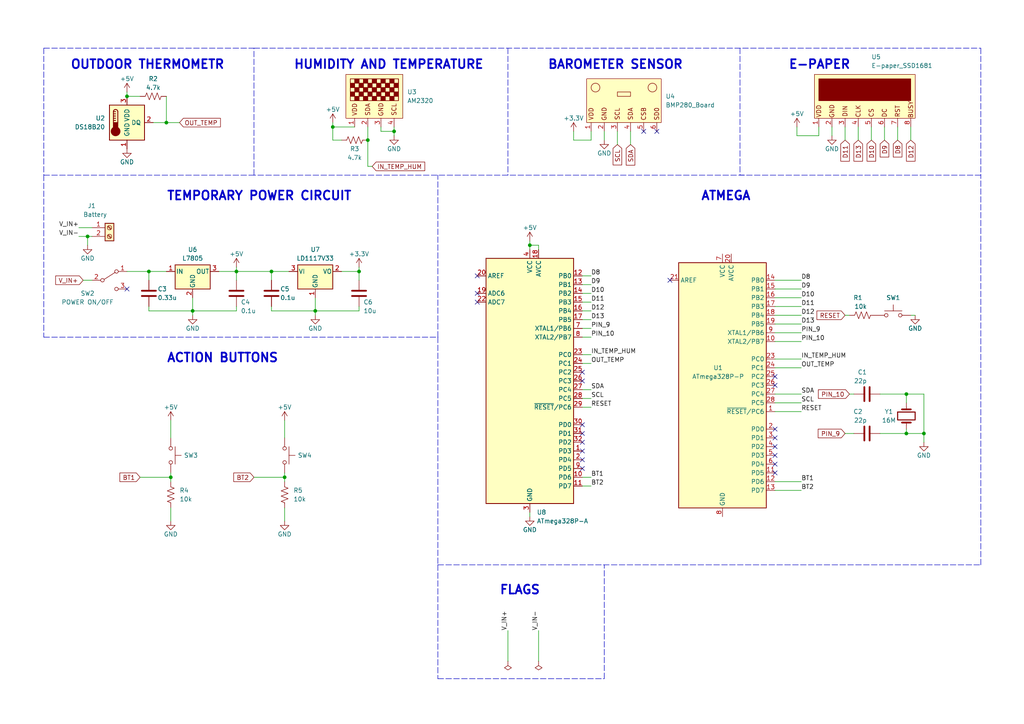
<source format=kicad_sch>
(kicad_sch (version 20211123) (generator eeschema)
  (paper "A4")
  (lib_symbols
    (symbol "+3.3V_1" (power) (pin_numbers hide) (pin_names (offset 0) hide)
      (property "Value" "+3.3V_1" (at 0 3.556 0))
      (symbol "+3.3V_1_0_1"
        (polyline (pts (xy -0.762 1.27) (xy 0 2.54)))
        (polyline (pts (xy 0 0) (xy 0 2.54)))
        (polyline (pts (xy 0 2.54) (xy 0.762 1.27)))
      )
      (symbol "+3.3V_1_1_1"
        (pin power_in line (at 0 0 90) (length 0) hide (name "+3.3V") (number "1"))
      )
    )
    (symbol "+5V_1" (power) (pin_numbers hide) (pin_names (offset 0) hide)
      (property "Value" "+5V_1" (at 0 3.556 0))
      (symbol "+5V_1_0_1"
        (polyline (pts (xy -0.762 1.27) (xy 0 2.54)))
        (polyline (pts (xy 0 0) (xy 0 2.54)))
        (polyline (pts (xy 0 2.54) (xy 0.762 1.27)))
      )
      (symbol "+5V_1_1_1"
        (pin power_in line (at 0 0 90) (length 0) hide (name "+5V") (number "1"))
      )
    )
    (symbol "+5V_2" (power) (pin_numbers hide) (pin_names (offset 0) hide)
      (property "Value" "+5V_2" (at 0 3.556 0))
      (symbol "+5V_2_0_1"
        (polyline (pts (xy -0.762 1.27) (xy 0 2.54)))
        (polyline (pts (xy 0 0) (xy 0 2.54)))
        (polyline (pts (xy 0 2.54) (xy 0.762 1.27)))
      )
      (symbol "+5V_2_1_1"
        (pin power_in line (at 0 0 90) (length 0) hide (name "+5V") (number "1"))
      )
    )
    (symbol "+5V_3" (power) (pin_numbers hide) (pin_names (offset 0) hide)
      (property "Value" "+5V_3" (at 0 3.556 0))
      (symbol "+5V_3_0_1"
        (polyline (pts (xy -0.762 1.27) (xy 0 2.54)))
        (polyline (pts (xy 0 0) (xy 0 2.54)))
        (polyline (pts (xy 0 2.54) (xy 0.762 1.27)))
      )
      (symbol "+5V_3_1_1"
        (pin power_in line (at 0 0 90) (length 0) hide (name "+5V") (number "1"))
      )
    )
    (symbol "AM2320_1" (pin_names (offset 0.002))
      (property "Reference" "U" (at 0 10.16 0))
      (property "Value" "AM2320_1" (at 0 7.62 0))
      (symbol "AM2320_1_0_0"
        (rectangle (start -7.62 6.35) (end 8.89 -6.35) (fill (type background)))
        (rectangle (start -6.35 0) (end -5.08 -1.27) (fill (type background)))
        (rectangle (start -6.35 2.54) (end -5.08 1.27) (fill (type background)))
        (rectangle (start -6.35 5.08) (end -5.08 3.81) (fill (type background)))
        (rectangle (start -6.35 5.08) (end 7.62 -1.27))
        (rectangle (start -5.08 0) (end -6.35 1.27) (fill (type outline)))
        (rectangle (start -5.08 1.27) (end -3.81 0) (fill (type background)))
        (rectangle (start -5.08 2.54) (end -6.35 3.81) (fill (type outline)))
        (rectangle (start -5.08 3.81) (end -3.81 2.54) (fill (type background)))
        (rectangle (start -3.81 -1.27) (end -5.08 0) (fill (type outline)))
        (rectangle (start -3.81 0) (end -2.54 -1.27) (fill (type background)))
        (rectangle (start -3.81 1.27) (end -5.08 2.54) (fill (type outline)))
        (rectangle (start -3.81 1.27) (end -2.54 0) (fill (type outline)))
        (rectangle (start -3.81 2.54) (end -2.54 1.27) (fill (type background)))
        (rectangle (start -3.81 3.81) (end -5.08 5.08) (fill (type outline)))
        (rectangle (start -3.81 3.81) (end -2.54 2.54) (fill (type outline)))
        (rectangle (start -3.81 5.08) (end -2.54 3.81) (fill (type background)))
        (rectangle (start -2.54 0) (end -1.27 -1.27) (fill (type outline)))
        (rectangle (start -2.54 1.27) (end -1.27 0) (fill (type background)))
        (rectangle (start -2.54 2.54) (end -1.27 1.27) (fill (type outline)))
        (rectangle (start -2.54 3.81) (end -1.27 2.54) (fill (type background)))
        (rectangle (start -2.54 5.08) (end -1.27 3.81) (fill (type outline)))
        (rectangle (start -1.27 0) (end 0 -1.27) (fill (type background)))
        (rectangle (start -1.27 1.27) (end 0 0) (fill (type outline)))
        (rectangle (start -1.27 2.54) (end 0 1.27) (fill (type background)))
        (rectangle (start -1.27 3.81) (end 0 2.54) (fill (type outline)))
        (rectangle (start -1.27 5.08) (end 0 3.81) (fill (type background)))
        (rectangle (start 0 0) (end 1.27 -1.27) (fill (type outline)))
        (rectangle (start 0 1.27) (end 1.27 0) (fill (type background)))
        (rectangle (start 0 2.54) (end 1.27 1.27) (fill (type outline)))
        (rectangle (start 0 3.81) (end 1.27 2.54) (fill (type background)))
        (rectangle (start 0 5.08) (end 1.27 3.81) (fill (type outline)))
        (rectangle (start 1.27 0) (end 2.54 -1.27) (fill (type background)))
        (rectangle (start 1.27 1.27) (end 2.54 0) (fill (type outline)))
        (rectangle (start 1.27 2.54) (end 2.54 1.27) (fill (type background)))
        (rectangle (start 1.27 3.81) (end 2.54 2.54) (fill (type outline)))
        (rectangle (start 1.27 5.08) (end 2.54 3.81) (fill (type background)))
        (rectangle (start 2.54 0) (end 3.81 -1.27) (fill (type outline)))
        (rectangle (start 2.54 1.27) (end 3.81 0) (fill (type background)))
        (rectangle (start 2.54 2.54) (end 3.81 1.27) (fill (type outline)))
        (rectangle (start 2.54 3.81) (end 3.81 2.54) (fill (type background)))
        (rectangle (start 2.54 5.08) (end 3.81 3.81) (fill (type outline)))
        (rectangle (start 3.81 0) (end 5.08 -1.27) (fill (type background)))
        (rectangle (start 3.81 1.27) (end 5.08 0) (fill (type outline)))
        (rectangle (start 3.81 2.54) (end 5.08 1.27) (fill (type background)))
        (rectangle (start 3.81 3.81) (end 5.08 2.54) (fill (type outline)))
        (rectangle (start 3.81 5.08) (end 5.08 3.81) (fill (type background)))
        (rectangle (start 5.08 0) (end 6.35 -1.27) (fill (type outline)))
        (rectangle (start 5.08 1.27) (end 6.35 0) (fill (type background)))
        (rectangle (start 5.08 2.54) (end 6.35 1.27) (fill (type outline)))
        (rectangle (start 5.08 3.81) (end 6.35 2.54) (fill (type background)))
        (rectangle (start 5.08 5.08) (end 6.35 3.81) (fill (type outline)))
        (rectangle (start 6.35 0) (end 7.62 -1.27) (fill (type background)))
        (rectangle (start 6.35 1.27) (end 7.62 0) (fill (type outline)))
        (rectangle (start 6.35 2.54) (end 7.62 1.27) (fill (type background)))
        (rectangle (start 6.35 3.81) (end 7.62 2.54) (fill (type outline)))
        (rectangle (start 6.35 5.08) (end 7.62 3.81) (fill (type background)))
        (text "GND" (at 2.54 -3.81 900) (effects (font (size 1.27 1.27))))
        (text "SCL" (at 6.35 -3.81 900) (effects (font (size 1.27 1.27))))
        (text "SDA" (at -1.27 -3.81 900) (effects (font (size 1.27 1.27))))
        (text "VDD" (at -5.08 -3.81 900) (effects (font (size 1.27 1.27))))
      )
      (symbol "AM2320_1_1_1"
        (pin power_in line (at -5.08 -8.89 90) (length 2.54) (name "") (number "1"))
        (pin bidirectional line (at -1.27 -8.89 90) (length 2.54) (name "") (number "2"))
        (pin power_in line (at 2.54 -8.89 90) (length 2.54) (name "") (number "3"))
        (pin bidirectional line (at 6.35 -8.89 90) (length 2.54) (name "") (number "4"))
      )
    )
    (symbol "Connector:Screw_Terminal_01x02" (pin_names (offset 1.016) hide)
      (property "Reference" "J" (at 0 2.54 0))
      (property "Value" "Screw_Terminal_01x02" (at 0 -5.08 0))
      (symbol "Screw_Terminal_01x02_1_1"
        (rectangle (start -1.27 1.27) (end 1.27 -3.81) (stroke (width 0.254)) (fill (type background)))
        (circle (center 0 -2.54) (radius 0.635) (stroke (width 0.1524)))
        (polyline (pts (xy -0.5334 -2.2098) (xy 0.3302 -3.048)) (stroke (width 0.1524)))
        (polyline (pts (xy -0.5334 0.3302) (xy 0.3302 -0.508)) (stroke (width 0.1524)))
        (polyline (pts (xy -0.3556 -2.032) (xy 0.508 -2.8702)) (stroke (width 0.1524)))
        (polyline (pts (xy -0.3556 0.508) (xy 0.508 -0.3302)) (stroke (width 0.1524)))
        (circle (center 0 0) (radius 0.635) (stroke (width 0.1524)))
        (pin passive line (at -5.08 0 0) (length 3.81) (name "Pin_1") (number "1"))
        (pin passive line (at -5.08 -2.54 0) (length 3.81) (name "Pin_2") (number "2"))
      )
    )
    (symbol "Device:C" (pin_numbers hide) (pin_names (offset 0.254))
      (property "Reference" "C" (at 0.635 2.54 0))
      (property "Value" "C" (at 0.635 -2.54 0))
      (symbol "C_0_1"
        (polyline (pts (xy -2.032 -0.762) (xy 2.032 -0.762)) (stroke (width 0.508)))
        (polyline (pts (xy -2.032 0.762) (xy 2.032 0.762)) (stroke (width 0.508)))
      )
      (symbol "C_1_1"
        (pin passive line (at 0 3.81 270) (length 2.794) (name "~") (number "1"))
        (pin passive line (at 0 -3.81 90) (length 2.794) (name "~") (number "2"))
      )
    )
    (symbol "Device:Crystal" (pin_numbers hide) (pin_names (offset 1.016) hide)
      (property "Reference" "Y" (at 0 3.81 0))
      (property "Value" "Crystal" (at 0 -3.81 0))
      (symbol "Crystal_0_1"
        (rectangle (start -1.143 2.54) (end 1.143 -2.54) (stroke (width 0.3048)))
        (polyline (pts (xy -2.54 0) (xy -1.905 0)))
        (polyline (pts (xy -1.905 -1.27) (xy -1.905 1.27)) (stroke (width 0.508)))
        (polyline (pts (xy 1.905 -1.27) (xy 1.905 1.27)) (stroke (width 0.508)))
        (polyline (pts (xy 2.54 0) (xy 1.905 0)))
      )
      (symbol "Crystal_1_1"
        (pin passive line (at -3.81 0 0) (length 1.27) (name "1") (number "1"))
        (pin passive line (at 3.81 0 180) (length 1.27) (name "2") (number "2"))
      )
    )
    (symbol "Device:R_US" (pin_numbers hide) (pin_names (offset 0))
      (property "Reference" "R" (at 2.54 0 90))
      (property "Value" "R_US" (at -2.54 0 90))
      (symbol "R_US_0_1"
        (polyline (pts (xy 0 -2.286) (xy 0 -2.54)))
        (polyline (pts (xy 0 2.286) (xy 0 2.54)))
        (polyline (pts (xy 0 -0.762) (xy 1.016 -1.143) (xy 0 -1.524) (xy -1.016 -1.905) (xy 0 -2.286)))
        (polyline (pts (xy 0 0.762) (xy 1.016 0.381) (xy 0 0) (xy -1.016 -0.381) (xy 0 -0.762)))
        (polyline (pts (xy 0 2.286) (xy 1.016 1.905) (xy 0 1.524) (xy -1.016 1.143) (xy 0 0.762)))
      )
      (symbol "R_US_1_1"
        (pin passive line (at 0 3.81 270) (length 1.27) (name "~") (number "1"))
        (pin passive line (at 0 -3.81 90) (length 1.27) (name "~") (number "2"))
      )
    )
    (symbol "GND_1" (power) (pin_numbers hide) (pin_names (offset 0) hide)
      (property "Value" "GND_1" (at 0 -3.81 0))
      (symbol "GND_1_0_1"
        (polyline (pts (xy 0 0) (xy 0 -1.27) (xy 1.27 -1.27) (xy 0 -2.54) (xy -1.27 -1.27) (xy 0 -1.27)))
      )
      (symbol "GND_1_1_1"
        (pin power_in line (at 0 0 270) (length 0) hide (name "GND") (number "1"))
      )
    )
    (symbol "GND_2" (power) (pin_numbers hide) (pin_names (offset 0) hide)
      (property "Value" "GND_2" (at 0 -3.81 0))
      (symbol "GND_2_0_1"
        (polyline (pts (xy 0 0) (xy 0 -1.27) (xy 1.27 -1.27) (xy 0 -2.54) (xy -1.27 -1.27) (xy 0 -1.27)))
      )
      (symbol "GND_2_1_1"
        (pin power_in line (at 0 0 270) (length 0) hide (name "GND") (number "1"))
      )
    )
    (symbol "GND_4" (power) (pin_numbers hide) (pin_names (offset 0) hide)
      (property "Value" "GND_4" (at 0 -3.81 0))
      (symbol "GND_4_0_1"
        (polyline (pts (xy 0 0) (xy 0 -1.27) (xy 1.27 -1.27) (xy 0 -2.54) (xy -1.27 -1.27) (xy 0 -1.27)))
      )
      (symbol "GND_4_1_1"
        (pin power_in line (at 0 0 270) (length 0) hide (name "GND") (number "1"))
      )
    )
    (symbol "GND_5" (power) (pin_numbers hide) (pin_names (offset 0) hide)
      (property "Value" "GND_5" (at 0 -3.81 0))
      (symbol "GND_5_0_1"
        (polyline (pts (xy 0 0) (xy 0 -1.27) (xy 1.27 -1.27) (xy 0 -2.54) (xy -1.27 -1.27) (xy 0 -1.27)))
      )
      (symbol "GND_5_1_1"
        (pin power_in line (at 0 0 270) (length 0) hide (name "GND") (number "1"))
      )
    )
    (symbol "GND_6" (power) (pin_numbers hide) (pin_names (offset 0) hide)
      (property "Value" "GND_6" (at 0 -3.81 0))
      (symbol "GND_6_0_1"
        (polyline (pts (xy 0 0) (xy 0 -1.27) (xy 1.27 -1.27) (xy 0 -2.54) (xy -1.27 -1.27) (xy 0 -1.27)))
      )
      (symbol "GND_6_1_1"
        (pin power_in line (at 0 0 270) (length 0) hide (name "GND") (number "1"))
      )
    )
    (symbol "MCU_Microchip_ATmega:ATmega328P-A"
      (property "Reference" "U" (at -12.7 36.83 0))
      (property "Value" "ATmega328P-A" (at 2.54 -36.83 0))
      (symbol "ATmega328P-A_0_1"
        (rectangle (start -12.7 -35.56) (end 12.7 35.56) (stroke (width 0.254)) (fill (type background)))
      )
      (symbol "ATmega328P-A_1_1"
        (pin bidirectional line (at 15.24 -20.32 180) (length 2.54) (name "PD3") (number "1"))
        (pin bidirectional line (at 15.24 -27.94 180) (length 2.54) (name "PD6") (number "10"))
        (pin bidirectional line (at 15.24 -30.48 180) (length 2.54) (name "PD7") (number "11"))
        (pin bidirectional line (at 15.24 30.48 180) (length 2.54) (name "PB0") (number "12"))
        (pin bidirectional line (at 15.24 27.94 180) (length 2.54) (name "PB1") (number "13"))
        (pin bidirectional line (at 15.24 25.4 180) (length 2.54) (name "PB2") (number "14"))
        (pin bidirectional line (at 15.24 22.86 180) (length 2.54) (name "PB3") (number "15"))
        (pin bidirectional line (at 15.24 20.32 180) (length 2.54) (name "PB4") (number "16"))
        (pin bidirectional line (at 15.24 17.78 180) (length 2.54) (name "PB5") (number "17"))
        (pin power_in line (at 2.54 38.1 270) (length 2.54) (name "AVCC") (number "18"))
        (pin input line (at -15.24 25.4 0) (length 2.54) (name "ADC6") (number "19"))
        (pin bidirectional line (at 15.24 -22.86 180) (length 2.54) (name "PD4") (number "2"))
        (pin passive line (at -15.24 30.48 0) (length 2.54) (name "AREF") (number "20"))
        (pin passive line (at 0 -38.1 90) (length 2.54) hide (name "GND") (number "21"))
        (pin input line (at -15.24 22.86 0) (length 2.54) (name "ADC7") (number "22"))
        (pin bidirectional line (at 15.24 7.62 180) (length 2.54) (name "PC0") (number "23"))
        (pin bidirectional line (at 15.24 5.08 180) (length 2.54) (name "PC1") (number "24"))
        (pin bidirectional line (at 15.24 2.54 180) (length 2.54) (name "PC2") (number "25"))
        (pin bidirectional line (at 15.24 0 180) (length 2.54) (name "PC3") (number "26"))
        (pin bidirectional line (at 15.24 -2.54 180) (length 2.54) (name "PC4") (number "27"))
        (pin bidirectional line (at 15.24 -5.08 180) (length 2.54) (name "PC5") (number "28"))
        (pin bidirectional line (at 15.24 -7.62 180) (length 2.54) (name "~{RESET}/PC6") (number "29"))
        (pin power_in line (at 0 -38.1 90) (length 2.54) (name "GND") (number "3"))
        (pin bidirectional line (at 15.24 -12.7 180) (length 2.54) (name "PD0") (number "30"))
        (pin bidirectional line (at 15.24 -15.24 180) (length 2.54) (name "PD1") (number "31"))
        (pin bidirectional line (at 15.24 -17.78 180) (length 2.54) (name "PD2") (number "32"))
        (pin power_in line (at 0 38.1 270) (length 2.54) (name "VCC") (number "4"))
        (pin passive line (at 0 -38.1 90) (length 2.54) hide (name "GND") (number "5"))
        (pin passive line (at 0 38.1 270) (length 2.54) hide (name "VCC") (number "6"))
        (pin bidirectional line (at 15.24 15.24 180) (length 2.54) (name "XTAL1/PB6") (number "7"))
        (pin bidirectional line (at 15.24 12.7 180) (length 2.54) (name "XTAL2/PB7") (number "8"))
        (pin bidirectional line (at 15.24 -25.4 180) (length 2.54) (name "PD5") (number "9"))
      )
    )
    (symbol "MCU_Microchip_ATmega:ATmega328P-P"
      (property "Reference" "U" (at -12.7 36.83 0))
      (property "Value" "ATmega328P-P" (at 2.54 -36.83 0))
      (symbol "ATmega328P-P_0_1"
        (rectangle (start -12.7 -35.56) (end 12.7 35.56) (stroke (width 0.254)) (fill (type background)))
      )
      (symbol "ATmega328P-P_1_1"
        (pin bidirectional line (at 15.24 -7.62 180) (length 2.54) (name "~{RESET}/PC6") (number "1"))
        (pin bidirectional line (at 15.24 12.7 180) (length 2.54) (name "XTAL2/PB7") (number "10"))
        (pin bidirectional line (at 15.24 -25.4 180) (length 2.54) (name "PD5") (number "11"))
        (pin bidirectional line (at 15.24 -27.94 180) (length 2.54) (name "PD6") (number "12"))
        (pin bidirectional line (at 15.24 -30.48 180) (length 2.54) (name "PD7") (number "13"))
        (pin bidirectional line (at 15.24 30.48 180) (length 2.54) (name "PB0") (number "14"))
        (pin bidirectional line (at 15.24 27.94 180) (length 2.54) (name "PB1") (number "15"))
        (pin bidirectional line (at 15.24 25.4 180) (length 2.54) (name "PB2") (number "16"))
        (pin bidirectional line (at 15.24 22.86 180) (length 2.54) (name "PB3") (number "17"))
        (pin bidirectional line (at 15.24 20.32 180) (length 2.54) (name "PB4") (number "18"))
        (pin bidirectional line (at 15.24 17.78 180) (length 2.54) (name "PB5") (number "19"))
        (pin bidirectional line (at 15.24 -12.7 180) (length 2.54) (name "PD0") (number "2"))
        (pin power_in line (at 2.54 38.1 270) (length 2.54) (name "AVCC") (number "20"))
        (pin passive line (at -15.24 30.48 0) (length 2.54) (name "AREF") (number "21"))
        (pin passive line (at 0 -38.1 90) (length 2.54) hide (name "GND") (number "22"))
        (pin bidirectional line (at 15.24 7.62 180) (length 2.54) (name "PC0") (number "23"))
        (pin bidirectional line (at 15.24 5.08 180) (length 2.54) (name "PC1") (number "24"))
        (pin bidirectional line (at 15.24 2.54 180) (length 2.54) (name "PC2") (number "25"))
        (pin bidirectional line (at 15.24 0 180) (length 2.54) (name "PC3") (number "26"))
        (pin bidirectional line (at 15.24 -2.54 180) (length 2.54) (name "PC4") (number "27"))
        (pin bidirectional line (at 15.24 -5.08 180) (length 2.54) (name "PC5") (number "28"))
        (pin bidirectional line (at 15.24 -15.24 180) (length 2.54) (name "PD1") (number "3"))
        (pin bidirectional line (at 15.24 -17.78 180) (length 2.54) (name "PD2") (number "4"))
        (pin bidirectional line (at 15.24 -20.32 180) (length 2.54) (name "PD3") (number "5"))
        (pin bidirectional line (at 15.24 -22.86 180) (length 2.54) (name "PD4") (number "6"))
        (pin power_in line (at 0 38.1 270) (length 2.54) (name "VCC") (number "7"))
        (pin power_in line (at 0 -38.1 90) (length 2.54) (name "GND") (number "8"))
        (pin bidirectional line (at 15.24 15.24 180) (length 2.54) (name "XTAL1/PB6") (number "9"))
      )
    )
    (symbol "Regulator_Linear:L7805" (pin_names (offset 0.254))
      (property "Reference" "U" (at -3.81 3.175 0))
      (property "Value" "L7805" (at 0 3.175 0))
      (symbol "L7805_0_1"
        (rectangle (start -5.08 1.905) (end 5.08 -5.08) (stroke (width 0.254)) (fill (type background)))
      )
      (symbol "L7805_1_1"
        (pin power_in line (at -7.62 0 0) (length 2.54) (name "IN") (number "1"))
        (pin power_in line (at 0 -7.62 90) (length 2.54) (name "GND") (number "2"))
        (pin power_out line (at 7.62 0 180) (length 2.54) (name "OUT") (number "3"))
      )
    )
    (symbol "Regulator_Linear:LD1117S33TR_SOT223" (pin_names (offset 0.254))
      (property "Reference" "U" (at -3.81 3.175 0))
      (property "Value" "LD1117S33TR_SOT223" (at 0 3.175 0))
      (symbol "LD1117S33TR_SOT223_0_1"
        (rectangle (start -5.08 -5.08) (end 5.08 1.905) (stroke (width 0.254)) (fill (type background)))
      )
      (symbol "LD1117S33TR_SOT223_1_1"
        (pin power_in line (at 0 -7.62 90) (length 2.54) (name "GND") (number "1"))
        (pin power_out line (at 7.62 0 180) (length 2.54) (name "VO") (number "2"))
        (pin power_in line (at -7.62 0 0) (length 2.54) (name "VI") (number "3"))
      )
    )
    (symbol "SM_Library:BMP280_Board"
      (property "Reference" "U" (at 0 8.89 0))
      (property "Value" "BMP280_Board" (at 0 11.43 0))
      (symbol "BMP280_Board_0_0"
        (circle (center -7.62 3.81) (radius 1.27))
        (rectangle (start -1.27 2.54) (end 2.54 1.27))
        (circle (center 8.89 3.81) (radius 1.27))
        (text "CSB" (at 6.35 -3.81 900) (effects (font (size 1.27 1.27))))
        (text "GND" (at -5.08 -3.81 900) (effects (font (size 1.27 1.27))))
        (text "SCL" (at -1.27 -3.81 900) (effects (font (size 1.27 1.27))))
        (text "SD0" (at 10.16 -3.81 900) (effects (font (size 1.27 1.27))))
        (text "SDA" (at 2.54 -3.81 900) (effects (font (size 1.27 1.27))))
        (text "VDD" (at -8.89 -3.81 900) (effects (font (size 1.27 1.27))))
      )
      (symbol "BMP280_Board_0_1"
        (rectangle (start -10.16 6.35) (end 11.43 -6.35) (fill (type background)))
      )
      (symbol "BMP280_Board_1_1"
        (pin power_in line (at -8.89 -8.89 90) (length 2.54) (name "") (number "1"))
        (pin power_in line (at -5.08 -8.89 90) (length 2.54) (name "") (number "2"))
        (pin bidirectional line (at -1.27 -8.89 90) (length 2.54) (name "") (number "3"))
        (pin bidirectional line (at 2.54 -8.89 90) (length 2.54) (name "") (number "4"))
        (pin bidirectional line (at 6.35 -8.89 90) (length 2.54) (name "") (number "5"))
        (pin bidirectional line (at 10.16 -8.89 90) (length 2.54) (name "") (number "6"))
      )
    )
    (symbol "SM_Library:E-paper_SSD1681"
      (property "Reference" "U" (at 0 10.16 0))
      (property "Value" "E-paper_SSD1681" (at 0 7.62 0))
      (symbol "E-paper_SSD1681_0_0"
        (rectangle (start -13.97 5.08) (end 12.7 -1.27) (fill (type outline)))
        (text "BUSY" (at 12.7 -3.81 900) (effects (font (size 1.27 1.27))))
        (text "CLK " (at -2.54 -3.81 900) (effects (font (size 1.27 1.27))))
        (text "CS  " (at 1.27 -3.81 900) (effects (font (size 1.27 1.27))))
        (text "DC  " (at 5.08 -3.81 900) (effects (font (size 1.27 1.27))))
        (text "DIN " (at -6.35 -3.81 900) (effects (font (size 1.27 1.27))))
        (text "GND " (at -10.16 -3.81 900) (effects (font (size 1.27 1.27))))
        (text "RST " (at 8.89 -3.81 900) (effects (font (size 1.27 1.27))))
        (text "VDD " (at -13.97 -3.81 900) (effects (font (size 1.27 1.27))))
      )
      (symbol "E-paper_SSD1681_0_1"
        (rectangle (start -15.24 6.35) (end 13.97 -6.35) (fill (type background)))
      )
      (symbol "E-paper_SSD1681_1_1"
        (pin power_in line (at -13.97 -8.89 90) (length 2.54) (name "") (number "1"))
        (pin power_in line (at -10.16 -8.89 90) (length 2.54) (name "") (number "2"))
        (pin bidirectional line (at -6.35 -8.89 90) (length 2.54) (name "") (number "3"))
        (pin bidirectional line (at -2.54 -8.89 90) (length 2.54) (name "") (number "4"))
        (pin bidirectional line (at 1.27 -8.89 90) (length 2.54) (name "") (number "5"))
        (pin bidirectional line (at 5.08 -8.89 90) (length 2.54) (name "") (number "6"))
        (pin bidirectional line (at 8.89 -8.89 90) (length 2.54) (name "") (number "7"))
        (pin bidirectional line (at 12.7 -8.89 90) (length 2.54) (name "") (number "8"))
      )
    )
    (symbol "Sensor_Temperature:DS18B20" (pin_names (offset 1.016))
      (property "Reference" "U" (at -3.81 6.35 0))
      (property "Value" "DS18B20" (at 6.35 6.35 0))
      (symbol "DS18B20_0_1"
        (rectangle (start -5.08 5.08) (end 5.08 -5.08) (stroke (width 0.254)) (fill (type background)))
        (circle (center -3.302 -2.54) (radius 1.27) (stroke (width 0.254)) (fill (type outline)))
        (rectangle (start -2.667 -1.905) (end -3.937 0) (stroke (width 0.254)) (fill (type outline)))
        (arc (start -2.667 3.175) (mid -3.302 3.81) (end -3.937 3.175) (stroke (width 0.254)))
        (polyline (pts (xy -3.937 0.635) (xy -3.302 0.635)) (stroke (width 0.254)))
        (polyline (pts (xy -3.937 1.27) (xy -3.302 1.27)) (stroke (width 0.254)))
        (polyline (pts (xy -3.937 1.905) (xy -3.302 1.905)) (stroke (width 0.254)))
        (polyline (pts (xy -3.937 2.54) (xy -3.302 2.54)) (stroke (width 0.254)))
        (polyline (pts (xy -3.937 3.175) (xy -3.937 0)) (stroke (width 0.254)))
        (polyline (pts (xy -3.937 3.175) (xy -3.302 3.175)) (stroke (width 0.254)))
        (polyline (pts (xy -2.667 3.175) (xy -2.667 0)) (stroke (width 0.254)))
      )
      (symbol "DS18B20_1_1"
        (pin power_in line (at 0 -7.62 90) (length 2.54) (name "GND") (number "1"))
        (pin bidirectional line (at 7.62 0 180) (length 2.54) (name "DQ") (number "2"))
        (pin power_in line (at 0 7.62 270) (length 2.54) (name "VDD") (number "3"))
      )
    )
    (symbol "Switch:SW_Push" (pin_numbers hide) (pin_names (offset 1.016) hide)
      (property "Reference" "SW" (at 1.27 2.54 0))
      (property "Value" "SW_Push" (at 0 -1.524 0))
      (symbol "SW_Push_0_1"
        (circle (center -2.032 0) (radius 0.508))
        (polyline (pts (xy 0 1.27) (xy 0 3.048)))
        (polyline (pts (xy 2.54 1.27) (xy -2.54 1.27)))
        (circle (center 2.032 0) (radius 0.508))
        (pin passive line (at -5.08 0 0) (length 2.54) (name "1") (number "1"))
        (pin passive line (at 5.08 0 180) (length 2.54) (name "2") (number "2"))
      )
    )
    (symbol "Switch:SW_SPDT" (pin_names (offset 0) hide)
      (property "Reference" "SW" (at 0 4.318 0))
      (property "Value" "SW_SPDT" (at 0 -5.08 0))
      (symbol "SW_SPDT_0_0"
        (circle (center -2.032 0) (radius 0.508))
        (circle (center 2.032 -2.54) (radius 0.508))
      )
      (symbol "SW_SPDT_0_1"
        (polyline (pts (xy -1.524 0.254) (xy 1.651 2.286)))
        (circle (center 2.032 2.54) (radius 0.508))
      )
      (symbol "SW_SPDT_1_1"
        (pin passive line (at 5.08 2.54 180) (length 2.54) (name "A") (number "1"))
        (pin passive line (at -5.08 0 0) (length 2.54) (name "B") (number "2"))
        (pin passive line (at 5.08 -2.54 180) (length 2.54) (name "C") (number "3"))
      )
    )
    (symbol "power:+3.3V" (power) (pin_numbers hide) (pin_names (offset 0) hide)
      (property "Value" "+3.3V" (at 0 3.556 0))
      (symbol "+3.3V_0_1"
        (polyline (pts (xy -0.762 1.27) (xy 0 2.54)))
        (polyline (pts (xy 0 0) (xy 0 2.54)))
        (polyline (pts (xy 0 2.54) (xy 0.762 1.27)))
      )
      (symbol "+3.3V_1_1"
        (pin power_in line (at 0 0 90) (length 0) hide (name "+3.3V") (number "1"))
      )
    )
    (symbol "power:GND" (power) (pin_numbers hide) (pin_names (offset 0) hide)
      (property "Value" "GND" (at 0 -3.81 0))
      (symbol "GND_0_1"
        (polyline (pts (xy 0 0) (xy 0 -1.27) (xy 1.27 -1.27) (xy 0 -2.54) (xy -1.27 -1.27) (xy 0 -1.27)))
      )
      (symbol "GND_1_1"
        (pin power_in line (at 0 0 270) (length 0) hide (name "GND") (number "1"))
      )
    )
    (symbol "power:PWR_FLAG" (power) (pin_numbers hide) (pin_names (offset 0) hide)
      (property "Value" "PWR_FLAG" (at 0 3.81 0))
      (symbol "PWR_FLAG_0_0"
        (pin power_out line (at 0 0 90) (length 0) (name "pwr") (number "1"))
      )
      (symbol "PWR_FLAG_0_1"
        (polyline (pts (xy 0 0) (xy 0 1.27) (xy -1.016 1.905) (xy 0 2.54) (xy 1.016 1.905) (xy 0 1.27)))
      )
    )
  )
  (junction (at 82.55 138.43))
  (junction (at 49.53 138.43))
  (junction (at 262.89 114.3))
  (junction (at 96.52 36.83))
  (junction (at 78.74 78.74))
  (junction (at 262.89 125.73))
  (junction (at 68.58 78.74))
  (junction (at 43.18 78.74))
  (junction (at 106.68 40.64))
  (junction (at 91.44 90.17))
  (junction (at 25.4 68.58))
  (junction (at 267.97 125.73))
  (junction (at 114.3 38.1))
  (junction (at 153.67 71.12))
  (junction (at 36.83 27.94))
  (junction (at 55.88 90.17))
  (junction (at 104.14 78.74))
  (junction (at 48.26 35.56))
  (no_connect (at 168.91 123.19))
  (no_connect (at 168.91 110.49))
  (no_connect (at 168.91 125.73))
  (no_connect (at 138.43 85.09))
  (no_connect (at 138.43 87.63))
  (no_connect (at 190.5 38.1))
  (no_connect (at 186.69 38.1))
  (no_connect (at 168.91 128.27))
  (no_connect (at 168.91 130.81))
  (no_connect (at 168.91 133.35))
  (no_connect (at 168.91 135.89))
  (no_connect (at 194.31 81.28))
  (no_connect (at 168.91 107.95))
  (no_connect (at 138.43 80.01))
  (no_connect (at 36.83 83.82))
  (no_connect (at 224.79 111.76))
  (no_connect (at 224.79 109.22))
  (no_connect (at 224.79 132.08))
  (no_connect (at 224.79 124.46))
  (no_connect (at 224.79 129.54))
  (no_connect (at 224.79 134.62))
  (no_connect (at 224.79 127))
  (no_connect (at 224.79 137.16))
  (wire (pts (xy 245.11 91.44) (xy 246.38 91.44)))
  (wire (pts (xy 48.26 35.56) (xy 52.07 35.56)))
  (wire (pts (xy 182.88 38.1) (xy 182.88 41.91)))
  (wire (pts (xy 36.83 26.67) (xy 36.83 27.94)))
  (polyline (pts (xy 284.48 50.8) (xy 73.66 50.8)))
  (wire (pts (xy 224.79 114.3) (xy 232.41 114.3)))
  (wire (pts (xy 166.37 40.64) (xy 171.45 40.64)))
  (wire (pts (xy 43.18 78.74) (xy 48.26 78.74)))
  (wire (pts (xy 168.91 115.57) (xy 171.45 115.57)))
  (wire (pts (xy 153.67 148.59) (xy 153.67 149.86)))
  (wire (pts (xy 78.74 90.17) (xy 78.74 88.9)))
  (wire (pts (xy 49.53 147.32) (xy 49.53 151.13)))
  (wire (pts (xy 104.14 90.17) (xy 104.14 88.9)))
  (polyline (pts (xy 284.48 163.83) (xy 284.48 50.8)))
  (wire (pts (xy 224.79 106.68) (xy 232.41 106.68)))
  (wire (pts (xy 96.52 40.64) (xy 99.06 40.64)))
  (wire (pts (xy 262.89 114.3) (xy 267.97 114.3)))
  (wire (pts (xy 264.16 36.83) (xy 264.16 40.64)))
  (wire (pts (xy 175.26 38.1) (xy 175.26 40.64)))
  (wire (pts (xy 91.44 86.36) (xy 91.44 90.17)))
  (wire (pts (xy 82.55 138.43) (xy 82.55 139.7)))
  (wire (pts (xy 96.52 36.83) (xy 96.52 40.64)))
  (wire (pts (xy 256.54 36.83) (xy 256.54 40.64)))
  (wire (pts (xy 49.53 137.16) (xy 49.53 138.43)))
  (polyline (pts (xy 12.7 97.79) (xy 127 97.79)))
  (wire (pts (xy 25.4 68.58) (xy 25.4 71.12)))
  (wire (pts (xy 224.79 96.52) (xy 232.41 96.52)))
  (wire (pts (xy 78.74 90.17) (xy 91.44 90.17)))
  (wire (pts (xy 255.27 125.73) (xy 262.89 125.73)))
  (wire (pts (xy 245.11 125.73) (xy 247.65 125.73)))
  (wire (pts (xy 168.91 140.97) (xy 171.45 140.97)))
  (wire (pts (xy 262.89 124.46) (xy 262.89 125.73)))
  (wire (pts (xy 168.91 97.79) (xy 171.45 97.79)))
  (wire (pts (xy 104.14 77.47) (xy 104.14 78.74)))
  (polyline (pts (xy 214.63 50.8) (xy 215.9 50.8)))
  (wire (pts (xy 237.49 36.83) (xy 237.49 39.37)))
  (wire (pts (xy 78.74 78.74) (xy 78.74 81.28)))
  (wire (pts (xy 73.66 138.43) (xy 82.55 138.43)))
  (wire (pts (xy 241.3 36.83) (xy 241.3 39.37)))
  (wire (pts (xy 156.21 71.12) (xy 153.67 71.12)))
  (wire (pts (xy 247.65 114.3) (xy 246.38 114.3)))
  (wire (pts (xy 224.79 93.98) (xy 232.41 93.98)))
  (wire (pts (xy 96.52 35.56) (xy 96.52 36.83)))
  (wire (pts (xy 55.88 86.36) (xy 55.88 90.17)))
  (polyline (pts (xy 127 196.85) (xy 175.26 196.85)))
  (wire (pts (xy 36.83 78.74) (xy 43.18 78.74)))
  (wire (pts (xy 63.5 78.74) (xy 68.58 78.74)))
  (wire (pts (xy 168.91 80.01) (xy 171.45 80.01)))
  (wire (pts (xy 91.44 90.17) (xy 104.14 90.17)))
  (wire (pts (xy 224.79 86.36) (xy 232.41 86.36)))
  (wire (pts (xy 237.49 39.37) (xy 231.14 39.37)))
  (wire (pts (xy 153.67 71.12) (xy 153.67 72.39)))
  (polyline (pts (xy 12.7 13.97) (xy 73.66 13.97)))
  (wire (pts (xy 264.16 91.44) (xy 265.43 91.44)))
  (wire (pts (xy 55.88 90.17) (xy 55.88 91.44)))
  (wire (pts (xy 156.21 182.88) (xy 156.21 191.77)))
  (wire (pts (xy 110.49 38.1) (xy 114.3 38.1)))
  (polyline (pts (xy 127 97.79) (xy 127 163.83)))
  (wire (pts (xy 82.55 147.32) (xy 82.55 151.13)))
  (wire (pts (xy 168.91 90.17) (xy 171.45 90.17)))
  (wire (pts (xy 43.18 90.17) (xy 43.18 88.9)))
  (wire (pts (xy 91.44 91.44) (xy 91.44 90.17)))
  (polyline (pts (xy 12.7 13.97) (xy 12.7 50.8)))
  (polyline (pts (xy 73.66 50.8) (xy 73.66 13.97)))
  (wire (pts (xy 48.26 27.94) (xy 48.26 35.56)))
  (wire (pts (xy 82.55 137.16) (xy 82.55 138.43)))
  (wire (pts (xy 168.91 138.43) (xy 171.45 138.43)))
  (wire (pts (xy 171.45 40.64) (xy 171.45 38.1)))
  (wire (pts (xy 224.79 88.9) (xy 232.41 88.9)))
  (wire (pts (xy 82.55 121.92) (xy 82.55 127)))
  (wire (pts (xy 224.79 119.38) (xy 232.41 119.38)))
  (wire (pts (xy 99.06 78.74) (xy 104.14 78.74)))
  (wire (pts (xy 147.32 182.88) (xy 147.32 191.77)))
  (wire (pts (xy 231.14 39.37) (xy 231.14 36.83)))
  (polyline (pts (xy 127 163.83) (xy 284.48 163.83)))
  (wire (pts (xy 252.73 36.83) (xy 252.73 40.64)))
  (wire (pts (xy 224.79 104.14) (xy 232.41 104.14)))
  (wire (pts (xy 168.91 118.11) (xy 171.45 118.11)))
  (wire (pts (xy 262.89 114.3) (xy 262.89 116.84)))
  (wire (pts (xy 168.91 113.03) (xy 171.45 113.03)))
  (wire (pts (xy 96.52 36.83) (xy 102.87 36.83)))
  (wire (pts (xy 267.97 128.27) (xy 267.97 125.73)))
  (wire (pts (xy 224.79 142.24) (xy 232.41 142.24)))
  (wire (pts (xy 153.67 69.85) (xy 153.67 71.12)))
  (polyline (pts (xy 147.32 13.97) (xy 147.32 50.8)))
  (wire (pts (xy 24.13 81.28) (xy 26.67 81.28)))
  (wire (pts (xy 40.64 138.43) (xy 49.53 138.43)))
  (wire (pts (xy 168.91 87.63) (xy 171.45 87.63)))
  (wire (pts (xy 106.68 40.64) (xy 106.68 48.26)))
  (wire (pts (xy 168.91 85.09) (xy 171.45 85.09)))
  (wire (pts (xy 168.91 92.71) (xy 171.45 92.71)))
  (polyline (pts (xy 73.66 13.97) (xy 284.48 13.97)))
  (wire (pts (xy 49.53 138.43) (xy 49.53 139.7)))
  (wire (pts (xy 156.21 71.12) (xy 156.21 72.39)))
  (wire (pts (xy 168.91 102.87) (xy 171.45 102.87)))
  (wire (pts (xy 168.91 105.41) (xy 171.45 105.41)))
  (wire (pts (xy 168.91 95.25) (xy 171.45 95.25)))
  (wire (pts (xy 179.07 38.1) (xy 179.07 41.91)))
  (wire (pts (xy 224.79 83.82) (xy 232.41 83.82)))
  (wire (pts (xy 43.18 78.74) (xy 43.18 81.28)))
  (polyline (pts (xy 214.63 13.97) (xy 214.63 50.8)))
  (wire (pts (xy 49.53 121.92) (xy 49.53 127)))
  (wire (pts (xy 224.79 99.06) (xy 232.41 99.06)))
  (wire (pts (xy 78.74 78.74) (xy 83.82 78.74)))
  (wire (pts (xy 248.92 36.83) (xy 248.92 40.64)))
  (polyline (pts (xy 12.7 50.8) (xy 12.7 97.79)))
  (wire (pts (xy 224.79 116.84) (xy 232.41 116.84)))
  (wire (pts (xy 168.91 82.55) (xy 171.45 82.55)))
  (wire (pts (xy 224.79 81.28) (xy 232.41 81.28)))
  (wire (pts (xy 260.35 36.83) (xy 260.35 40.64)))
  (wire (pts (xy 43.18 90.17) (xy 55.88 90.17)))
  (wire (pts (xy 68.58 90.17) (xy 55.88 90.17)))
  (wire (pts (xy 262.89 125.73) (xy 267.97 125.73)))
  (wire (pts (xy 114.3 38.1) (xy 114.3 39.37)))
  (wire (pts (xy 22.86 66.04) (xy 26.67 66.04)))
  (wire (pts (xy 44.45 35.56) (xy 48.26 35.56)))
  (wire (pts (xy 25.4 68.58) (xy 26.67 68.58)))
  (wire (pts (xy 36.83 27.94) (xy 40.64 27.94)))
  (wire (pts (xy 68.58 77.47) (xy 68.58 78.74)))
  (wire (pts (xy 110.49 36.83) (xy 110.49 38.1)))
  (wire (pts (xy 68.58 78.74) (xy 78.74 78.74)))
  (wire (pts (xy 224.79 139.7) (xy 232.41 139.7)))
  (polyline (pts (xy 127 97.79) (xy 127 50.8)))
  (wire (pts (xy 114.3 36.83) (xy 114.3 38.1)))
  (wire (pts (xy 68.58 78.74) (xy 68.58 81.28)))
  (wire (pts (xy 224.79 91.44) (xy 232.41 91.44)))
  (wire (pts (xy 22.86 68.58) (xy 25.4 68.58)))
  (wire (pts (xy 166.37 38.1) (xy 166.37 40.64)))
  (wire (pts (xy 267.97 125.73) (xy 267.97 114.3)))
  (polyline (pts (xy 127 163.83) (xy 127 196.85)))
  (wire (pts (xy 255.27 114.3) (xy 262.89 114.3)))
  (polyline (pts (xy 284.48 13.97) (xy 284.48 50.8)))
  (wire (pts (xy 245.11 36.83) (xy 245.11 40.64)))
  (wire (pts (xy 68.58 88.9) (xy 68.58 90.17)))
  (wire (pts (xy 106.68 36.83) (xy 106.68 40.64)))
  (wire (pts (xy 107.95 48.26) (xy 106.68 48.26)))
  (polyline (pts (xy 175.26 196.85) (xy 175.26 163.83)))
  (polyline (pts (xy 12.7 50.8) (xy 73.66 50.8)))
  (wire (pts (xy 104.14 78.74) (xy 104.14 81.28)))
  (text "ACTION BUTTONS" (at 48.26 105.41 0) (effects (font (size 2.54 2.54) (thickness 0.508) bold) (justify left bottom)))
  (text "BAROMETER SENSOR" (at 158.75 20.32 0) (effects (font (size 2.54 2.54) (thickness 0.508) bold) (justify left bottom)))
  (text "OUTDOOR THERMOMETR" (at 20.32 20.32 0) (effects (font (size 2.54 2.54) (thickness 0.508) bold) (justify left bottom)))
  (text "TEMPORARY POWER CIRCUIT" (at 48.26 58.42 0) (effects (font (size 2.54 2.54) (thickness 0.508) bold) (justify left bottom)))
  (text "HUMIDITY AND TEMPERATURE" (at 85.09 20.32 0) (effects (font (size 2.54 2.54) (thickness 0.508) bold) (justify left bottom)))
  (text "E-PAPER" (at 228.6 20.32 0) (effects (font (size 2.54 2.54) (thickness 0.508) bold) (justify left bottom)))
  (text "ATMEGA" (at 203.2 58.42 0) (effects (font (size 2.54 2.54) (thickness 0.508) bold) (justify left bottom)))
  (text "FLAGS" (at 144.78 172.72 0) (effects (font (size 2.54 2.54) (thickness 0.508) bold) (justify left bottom)))
  (label "RESET" (at 232.41 119.38 0))
  (label "V_IN+" (at 22.86 66.04 180))
  (label "V_IN+" (at 147.32 182.88 90))
  (label "D10" (at 232.41 86.36 0))
  (label "D11" (at 232.41 88.9 0))
  (label "BT1" (at 171.45 138.43 0))
  (label "D10" (at 171.45 85.09 0))
  (label "D9" (at 171.45 82.55 0))
  (label "D13" (at 232.41 93.98 0))
  (label "D12" (at 232.41 91.44 0))
  (label "OUT_TEMP" (at 171.45 105.41 0))
  (label "D8" (at 232.41 81.28 0))
  (label "SDA" (at 171.45 113.03 0))
  (label "PIN_9" (at 171.45 95.25 0))
  (label "BT1" (at 232.41 139.7 0))
  (label "BT2" (at 171.45 140.97 0))
  (label "SDA" (at 232.41 114.3 0))
  (label "SCL" (at 232.41 116.84 0))
  (label "IN_TEMP_HUM" (at 171.45 102.87 0))
  (label "D11" (at 171.45 87.63 0))
  (label "OUT_TEMP" (at 232.41 106.68 0))
  (label "SCL" (at 171.45 115.57 0))
  (label "RESET" (at 171.45 118.11 0))
  (label "V_IN-" (at 156.21 182.88 90))
  (label "PIN_10" (at 232.41 99.06 0))
  (label "D12" (at 171.45 90.17 0))
  (label "D9" (at 232.41 83.82 0))
  (label "IN_TEMP_HUM" (at 232.41 104.14 0))
  (label "PIN_10" (at 171.45 97.79 0))
  (label "D13" (at 171.45 92.71 0))
  (label "D8" (at 171.45 80.01 0))
  (label "V_IN-" (at 22.86 68.58 180))
  (label "BT2" (at 232.41 142.24 0))
  (label "PIN_9" (at 232.41 96.52 0))
  (global_label "BT2" (shape input) (at 73.66 138.43 180) (property "Intersheet References" "${INTERSHEET_REFS}" (effects hide)))
  (global_label "PIN_10" (shape input) (at 246.38 114.3 180) (property "Intersheet References" "${INTERSHEET_REFS}" (effects hide)))
  (global_label "D11" (shape input) (at 245.11 40.64 270) (property "Intersheet References" "${INTERSHEET_REFS}" (effects hide)))
  (global_label "BT1" (shape input) (at 40.64 138.43 180) (property "Intersheet References" "${INTERSHEET_REFS}" (effects hide)))
  (global_label "SCL" (shape input) (at 179.07 41.91 270) (property "Intersheet References" "${INTERSHEET_REFS}" (effects hide)))
  (global_label "SDA" (shape input) (at 182.88 41.91 270) (property "Intersheet References" "${INTERSHEET_REFS}" (effects hide)))
  (global_label "RESET" (shape input) (at 245.11 91.44 180) (property "Intersheet References" "${INTERSHEET_REFS}" (effects hide)))
  (global_label "D13" (shape input) (at 248.92 40.64 270) (property "Intersheet References" "${INTERSHEET_REFS}" (effects hide)))
  (global_label "V_IN+" (shape input) (at 24.13 81.28 180) (property "Intersheet References" "${INTERSHEET_REFS}" (effects hide)))
  (global_label "IN_TEMP_HUM" (shape input) (at 107.95 48.26 0) (property "Intersheet References" "${INTERSHEET_REFS}" (effects hide)))
  (global_label "D8" (shape input) (at 260.35 40.64 270) (property "Intersheet References" "${INTERSHEET_REFS}" (effects hide)))
  (global_label "PIN_9" (shape input) (at 245.11 125.73 180) (property "Intersheet References" "${INTERSHEET_REFS}" (effects hide)))
  (global_label "D12" (shape input) (at 264.16 40.64 270) (property "Intersheet References" "${INTERSHEET_REFS}" (effects hide)))
  (global_label "D10" (shape input) (at 252.73 40.64 270) (property "Intersheet References" "${INTERSHEET_REFS}" (effects hide)))
  (global_label "OUT_TEMP" (shape input) (at 52.07 35.56 0) (property "Intersheet References" "${INTERSHEET_REFS}" (effects hide)))
  (global_label "D9" (shape input) (at 256.54 40.64 270) (property "Intersheet References" "${INTERSHEET_REFS}" (effects hide)))
  (symbol (lib_id "Connector:Screw_Terminal_01x02") (at 31.75 66.04 0) (unit 1)
    (property "Reference" "J1" (at 25.4 59.69 0) (effects (justify left)))
    (property "Value" "Battery" (at 24.13 62.23 0) (effects (justify left)))
  )
  (symbol (lib_name "+5V_3") (lib_id "power:+5V") (at 49.53 121.92 0) (unit 1)
    (property "Reference" "#PWR?" (effects hide))
    (property "Value" "+5V" (at 49.53 118.11 0))
  )
  (symbol (lib_id "Switch:SW_Push") (at 49.53 132.08 270) (unit 1)
    (property "Reference" "SW3" (at 53.34 132.0799 90) (effects (justify left)))
    (property "Value" "SW_Push" (effects hide))
  )
  (symbol (lib_id "MCU_Microchip_ATmega:ATmega328P-P") (at 209.55 111.76 0) (unit 1)
    (property "Reference" "U1" (at 208.28 106.68 0))
    (property "Value" "ATmega328P-P" (at 208.28 109.22 0))
    (property "Footprint" "Package_DIP:DIP-28_W7.62mm" (effects hide))
    (property "Datasheet" "http://ww1.microchip.com/downloads/en/DeviceDoc/ATmega328_P%20AVR%20MCU%20with%20picoPower%20Technology%20Data%20Sheet%2040001984A.pdf" (effects hide))
  )
  (symbol (lib_id "Device:R_US") (at 250.19 91.44 270) (unit 1)
    (property "Reference" "R1" (at 250.19 86.36 90) (effects (justify right)))
    (property "Value" "10k" (at 251.4599 88.9 90) (effects (justify right)))
  )
  (symbol (lib_name "GND_2") (lib_id "power:GND") (at 49.53 151.13 0) (unit 1)
    (property "Reference" "#PWR?" (effects hide))
    (property "Value" "GND" (at 49.53 154.94 0))
  )
  (symbol (lib_name "GND_2") (lib_id "power:GND") (at 265.43 91.44 0) (unit 1)
    (property "Reference" "#PWR0103" (effects hide))
    (property "Value" "GND" (at 265.43 95.25 0))
  )
  (symbol (lib_id "Regulator_Linear:L7805") (at 55.88 78.74 0) (unit 1)
    (property "Reference" "U6" (at 55.88 72.39 0))
    (property "Value" "L7805" (at 55.88 74.93 0))
    (property "Datasheet" "http://www.st.com/content/ccc/resource/technical/document/datasheet/41/4f/b3/b0/12/d4/47/88/CD00000444.pdf/files/CD00000444.pdf/jcr:content/translations/en.CD00000444.pdf" (effects hide))
  )
  (symbol (lib_name "+5V_2") (lib_id "power:+5V") (at 36.83 26.67 0) (unit 1)
    (property "Reference" "#PWR0119" (effects hide))
    (property "Value" "+5V" (at 36.83 22.86 0))
  )
  (symbol (lib_id "Device:R_US") (at 82.55 143.51 180) (unit 1)
    (property "Reference" "R5" (at 85.09 142.24 0) (effects (justify right)))
    (property "Value" "10k" (at 85.09 144.78 0) (effects (justify right)))
  )
  (symbol (lib_name "+5V_1") (lib_id "power:+5V") (at 153.67 69.85 0) (unit 1)
    (property "Reference" "#PWR?" (effects hide))
    (property "Value" "+5V" (at 153.67 66.04 0))
  )
  (symbol (lib_name "GND_5") (lib_id "power:GND") (at 175.26 40.64 0) (unit 1)
    (property "Reference" "#PWR0111" (effects hide))
    (property "Value" "GND" (at 175.26 44.45 0))
  )
  (symbol (lib_name "AM2320_1") (lib_id "SM_Library:AM2320") (at 107.95 27.94 0) (unit 1)
    (property "Reference" "U3" (at 118.11 26.6699 0) (effects (justify left)))
    (property "Value" "AM2320" (at 118.11 29.2099 0) (effects (justify left)))
  )
  (symbol (lib_name "GND_6") (lib_id "power:GND") (at 91.44 91.44 0) (unit 1)
    (property "Reference" "#PWR0116" (effects hide))
    (property "Value" "GND" (at 91.44 95.25 0))
  )
  (symbol (lib_id "Device:C") (at 104.14 85.09 0) (unit 1)
    (property "Reference" "C6" (at 105.41 87.63 0) (effects (justify left)))
    (property "Value" "10u" (at 105.41 90.17 0) (effects (justify left)))
  )
  (symbol (lib_id "Device:C") (at 251.46 125.73 90) (unit 1)
    (property "Reference" "C2" (at 250.19 119.38 90) (effects (justify left)))
    (property "Value" "22p" (at 251.46 121.92 90) (effects (justify left)))
  )
  (symbol (lib_id "power:PWR_FLAG") (at 156.21 191.77 0) (mirror x) (unit 1)
    (property "Reference" "#FLG?" (effects hide))
    (property "Value" "PWR_FLAG" (effects hide))
  )
  (symbol (lib_id "Sensor_Temperature:DS18B20") (at 36.83 35.56 0) (unit 1)
    (property "Reference" "U2" (at 30.48 34.2899 0) (effects (justify right)))
    (property "Value" "DS18B20" (at 30.48 36.8299 0) (effects (justify right)))
    (property "Footprint" "Package_TO_SOT_THT:TO-92_Inline" (effects hide))
    (property "Datasheet" "http://datasheets.maximintegrated.com/en/ds/DS18B20.pdf" (effects hide))
  )
  (symbol (lib_name "GND_6") (lib_id "power:GND") (at 55.88 91.44 0) (unit 1)
    (property "Reference" "#PWR0115" (effects hide))
    (property "Value" "GND" (at 55.88 95.25 0))
  )
  (symbol (lib_id "Switch:SW_Push") (at 259.08 91.44 0) (unit 1)
    (property "Reference" "SW1" (at 259.08 86.36 0))
    (property "Value" "SW_Push" (effects hide))
  )
  (symbol (lib_name "GND_2") (lib_id "power:GND") (at 82.55 151.13 0) (unit 1)
    (property "Reference" "#PWR?" (effects hide))
    (property "Value" "GND" (at 82.55 154.94 0))
  )
  (symbol (lib_id "SM_Library:E-paper_SSD1681") (at 251.46 27.94 0) (unit 1)
    (property "Reference" "U5" (at 252.73 16.51 0) (effects (justify left)))
    (property "Value" "E-paper_SSD1681" (at 252.73 19.05 0) (effects (justify left)))
  )
  (symbol (lib_id "power:+3.3V") (at 104.14 77.47 0) (unit 1)
    (property "Reference" "#PWR0114" (effects hide))
    (property "Value" "+3.3V" (at 104.14 73.66 0))
  )
  (symbol (lib_name "GND_1") (lib_id "power:GND") (at 153.67 149.86 0) (unit 1)
    (property "Reference" "#PWR?" (effects hide))
    (property "Value" "GND" (at 153.67 153.67 0))
  )
  (symbol (lib_id "Switch:SW_SPDT") (at 31.75 81.28 0) (unit 1)
    (property "Reference" "SW2" (at 25.4 85.09 0))
    (property "Value" "POWER ON/OFF" (at 25.4 87.63 0))
  )
  (symbol (lib_id "Device:Crystal") (at 262.89 120.65 90) (unit 1)
    (property "Reference" "Y1" (at 257.81 119.38 90))
    (property "Value" "16M" (at 257.81 121.92 90))
  )
  (symbol (lib_id "MCU_Microchip_ATmega:ATmega328P-A") (at 153.67 110.49 0) (unit 1)
    (property "Reference" "U8" (at 155.6894 148.59 0) (effects (justify left)))
    (property "Value" "ATmega328P-A" (at 155.6894 151.13 0) (effects (justify left)))
    (property "Footprint" "Package_QFP:TQFP-32_7x7mm_P0.8mm" (effects hide))
    (property "Datasheet" "http://ww1.microchip.com/downloads/en/DeviceDoc/ATmega328_P%20AVR%20MCU%20with%20picoPower%20Technology%20Data%20Sheet%2040001984A.pdf" (effects hide))
  )
  (symbol (lib_id "Regulator_Linear:LD1117S33TR_SOT223") (at 91.44 78.74 0) (unit 1)
    (property "Reference" "U7" (at 91.44 72.39 0))
    (property "Value" "LD1117V33" (at 91.44 74.93 0))
    (property "Footprint" "Package_TO_SOT_SMD:SOT-223-3_TabPin2" (effects hide))
    (property "Datasheet" "http://www.st.com/st-web-ui/static/active/en/resource/technical/document/datasheet/CD00000544.pdf" (effects hide))
  )
  (symbol (lib_id "Device:C") (at 251.46 114.3 90) (unit 1)
    (property "Reference" "C1" (at 251.46 107.95 90) (effects (justify left)))
    (property "Value" "22p" (at 251.46 110.49 90) (effects (justify left)))
  )
  (symbol (lib_name "+3.3V_1") (lib_id "power:+3.3V") (at 166.37 38.1 0) (unit 1)
    (property "Reference" "#PWR0109" (effects hide))
    (property "Value" "+3.3V" (at 166.37 34.29 0))
  )
  (symbol (lib_id "Device:C") (at 68.58 85.09 0) (unit 1)
    (property "Reference" "C4" (at 69.85 87.63 0) (effects (justify left)))
    (property "Value" "0.1u" (at 69.85 90.17 0) (effects (justify left)))
  )
  (symbol (lib_name "GND_5") (lib_id "power:GND") (at 241.3 39.37 0) (unit 1)
    (property "Reference" "#PWR0108" (effects hide))
    (property "Value" "GND" (at 241.3 43.18 0))
  )
  (symbol (lib_id "Device:C") (at 43.18 85.09 0) (unit 1)
    (property "Reference" "C3" (at 45.72 83.82 0) (effects (justify left)))
    (property "Value" "0.33u" (at 45.72 86.36 0) (effects (justify left)))
  )
  (symbol (lib_id "Device:R_US") (at 49.53 143.51 180) (unit 1)
    (property "Reference" "R4" (at 52.07 142.24 0) (effects (justify right)))
    (property "Value" "10k" (at 52.07 144.78 0) (effects (justify right)))
  )
  (symbol (lib_name "+5V_3") (lib_id "power:+5V") (at 82.55 121.92 0) (unit 1)
    (property "Reference" "#PWR?" (effects hide))
    (property "Value" "+5V" (at 82.55 118.11 0))
  )
  (symbol (lib_name "GND_4") (lib_id "power:GND") (at 114.3 39.37 0) (unit 1)
    (property "Reference" "#PWR0113" (effects hide))
    (property "Value" "GND" (at 114.3 43.18 0))
  )
  (symbol (lib_id "Device:R_US") (at 44.45 27.94 90) (unit 1)
    (property "Reference" "R2" (at 44.45 22.86 90))
    (property "Value" "4.7k" (at 44.45 25.4 90))
  )
  (symbol (lib_name "+5V_3") (lib_id "power:+5V") (at 68.58 77.47 0) (unit 1)
    (property "Reference" "#PWR0118" (effects hide))
    (property "Value" "+5V" (at 68.58 73.66 0))
  )
  (symbol (lib_id "Device:R_US") (at 102.87 40.64 270) (unit 1)
    (property "Reference" "R3" (at 102.87 43.18 90))
    (property "Value" "4.7k" (at 102.87 45.72 90))
  )
  (symbol (lib_id "Switch:SW_Push") (at 82.55 132.08 270) (unit 1)
    (property "Reference" "SW4" (at 86.36 132.0799 90) (effects (justify left)))
    (property "Value" "SW_Push" (effects hide))
  )
  (symbol (lib_name "+5V_2") (lib_id "power:+5V") (at 96.52 35.56 0) (unit 1)
    (property "Reference" "#PWR0110" (effects hide))
    (property "Value" "+5V" (at 96.52 31.75 0))
  )
  (symbol (lib_id "power:PWR_FLAG") (at 147.32 191.77 180) (unit 1)
    (property "Reference" "#FLG?" (effects hide))
    (property "Value" "PWR_FLAG" (effects hide))
  )
  (symbol (lib_name "GND_4") (lib_id "power:GND") (at 36.83 43.18 0) (unit 1)
    (property "Reference" "#PWR0120" (effects hide))
    (property "Value" "GND" (at 36.83 46.99 0))
  )
  (symbol (lib_id "SM_Library:BMP280_Board") (at 180.34 29.21 0) (unit 1)
    (property "Reference" "U4" (at 193.04 27.9399 0) (effects (justify left)))
    (property "Value" "BMP280_Board" (at 193.04 30.4799 0) (effects (justify left)))
  )
  (symbol (lib_name "+5V_2") (lib_id "power:+5V") (at 231.14 36.83 0) (unit 1)
    (property "Reference" "#PWR0107" (effects hide))
    (property "Value" "+5V" (at 231.14 33.02 0))
  )
  (symbol (lib_name "GND_6") (lib_id "power:GND") (at 25.4 71.12 0) (unit 1)
    (property "Reference" "#PWR0117" (effects hide))
    (property "Value" "GND" (at 25.4 74.93 0))
  )
  (symbol (lib_id "Device:C") (at 78.74 85.09 0) (unit 1)
    (property "Reference" "C5" (at 81.28 83.82 0) (effects (justify left)))
    (property "Value" "0.1u" (at 81.28 86.36 0) (effects (justify left)))
  )
  (symbol (lib_id "power:GND") (at 267.97 128.27 0) (unit 1)
    (property "Reference" "#PWR0106" (effects hide))
    (property "Value" "GND" (at 267.97 132.08 0))
  )
)
</source>
